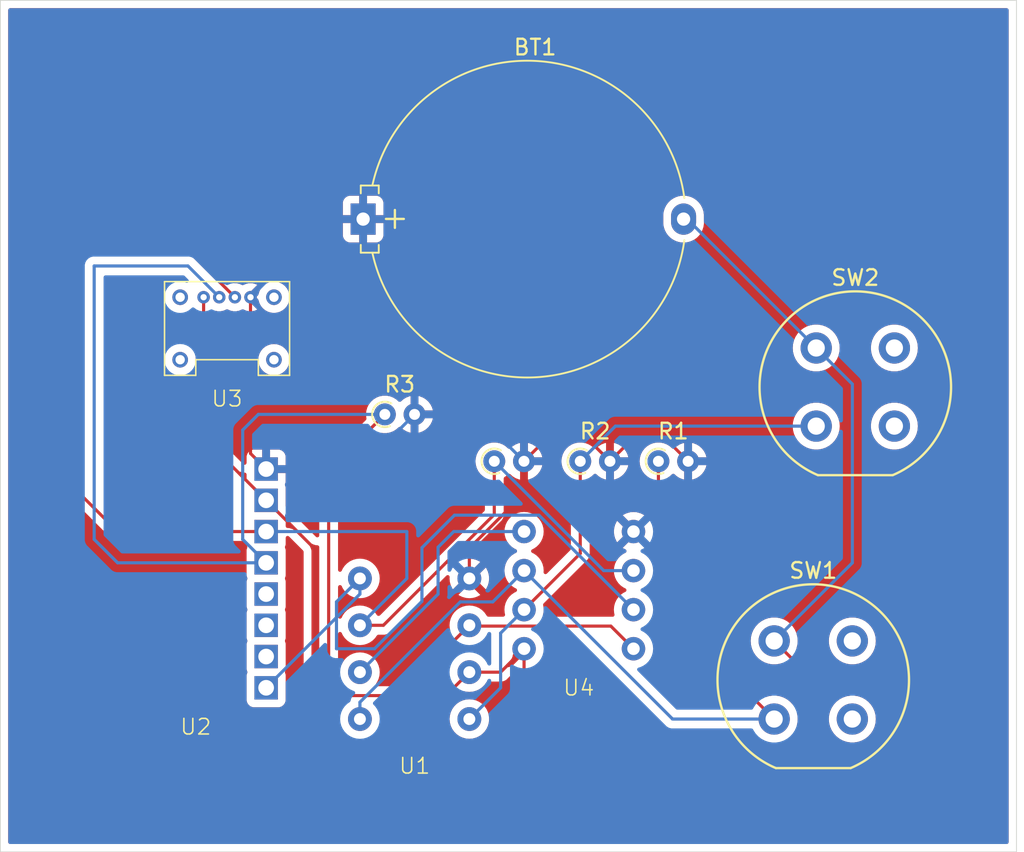
<source format=kicad_pcb>
(kicad_pcb (version 20240108) (generator "pcbnew") (generator_version "8.0")
  (layers (0 "F.Cu" signal) (31 "B.Cu" signal) (34 "B.Paste" user) (35 "F.Paste" user) (36 "B.SilkS" user "B.Silkscreen") (37 "F.SilkS" user "F.Silkscreen") (38 "B.Mask" user) (39 "F.Mask" user) (44 "Edge.Cuts" user))
  (net 0 "")
  (net 1 "GND")
  (net 2 "VCC")
  (net 3 "SW1")
  (net 4 "SW2")
  (net 5 "SDA")
  (net 6 "SCL")
  (net 7 "RST")
  (net 12 "INT")
  (footprint "PROJECT_HEADER:HEADER" (layer "F.Cu") (at 136.5 114.5)
    (property "Reference" "U1" (at 0 -0.5 0) (layer "F.SilkS") (effects (font (thickness 0.1))))
    (property "Value" "~")
    (pad "1" thru_hole circle (at -3.5 -12.5) (size 1.524 1.524) (drill 0.762) (layers "*.Cu" "*.Mask") (net 12 "INT"))
    (pad "2" thru_hole circle (at 3.5 -12.5) (size 1.524 1.524) (drill 0.762) (layers "*.Cu" "*.Mask") (net 2 "VCC"))
    (pad "3" thru_hole circle (at -3.5 -9.5) (size 1.524 1.524) (drill 0.762) (layers "*.Cu" "*.Mask") (net 6 "SCL"))
    (pad "4" thru_hole circle (at 3.5 -9.5) (size 1.524 1.524) (drill 0.762) (layers "*.Cu" "*.Mask") (net 5 "SDA"))
    (pad "5" thru_hole circle (at -3.5 -6.5) (size 1.524 1.524) (drill 0.762) (layers "*.Cu" "*.Mask") (net 7 "RST"))
    (pad "6" thru_hole circle (at 3.5 -6.5) (size 1.524 1.524) (drill 0.762) (layers "*.Cu" "*.Mask") (net 1 "GND"))
    (pad "7" thru_hole circle (at -3.5 -3.5) (size 1.524 1.524) (drill 0.762) (layers "*.Cu" "*.Mask") (net 3 "SW1"))
    (pad "8" thru_hole circle (at 3.5 -3.5) (size 1.524 1.524) (drill 0.762) (layers "*.Cu" "*.Mask") (net 4 "SW2"))
  )
  (footprint "Button_Switch_THT:Push_E-Switch_KS01Q01" (layer "F.Cu") (at 162.19 87.25)
    (property "Reference" "SW2" (at 2.5 -4.5 0) (layer "F.SilkS"))
    (property "Value" "Switch")
    (fp_line (start 4.89 8.14) (end 0.11 8.14) (stroke (width 0.15)) (layer "F.SilkS"))
    (fp_arc (start 0.11 8.14) (mid 2.496283 -3.625495) (end 4.896843 8.137095) (stroke (width 0.15)) (layer "F.SilkS"))
    (pad "1" thru_hole circle (at 0 0) (size 2 2) (drill 1.1) (layers "*.Cu" "*.Mask") (net 1 "GND"))
    (pad "2" thru_hole circle (at 5 0) (size 2 2) (drill 1.1) (layers "*.Cu" "*.Mask"))
    (pad "3" thru_hole circle (at 0 5) (size 2 2) (drill 1.1) (layers "*.Cu" "*.Mask") (net 4 "SW2"))
    (pad "4" thru_hole circle (at 5 5) (size 2 2) (drill 1.1) (layers "*.Cu" "*.Mask"))
  )
  (footprint "Resistor_THT:R_Axial_DIN0204_L3.6mm_D1.6mm_P1.90mm_Vertical" (layer "F.Cu") (at 147.095 94.5)
    (property "Reference" "R2" (at 0.95 -1.92 0) (layer "F.SilkS"))
    (property "Value" "10k")
    (fp_arc (start 0.320095 0.749359) (mid -0.813042 -0.054435) (end 0.417133 -0.7) (stroke (width 0.12)) (layer "F.SilkS"))
    (pad "1" thru_hole circle (at 0 0) (size 1.4 1.4) (drill 0.7) (layers "*.Cu" "*.Mask") (net 4 "SW2"))
    (pad "2" thru_hole oval (at 1.9 0) (size 1.4 1.4) (drill 0.7) (layers "*.Cu" "*.Mask") (net 2 "VCC"))
  )
  (footprint "Resistor_THT:R_Axial_DIN0204_L3.6mm_D1.6mm_P1.90mm_Vertical" (layer "F.Cu") (at 141.595 94.5)
    (property "Reference" "R4" (hide yes))
    (property "Value" "10k" (hide yes))
    (fp_arc (start 0.320095 0.749359) (mid -0.813042 -0.054435) (end 0.417133 -0.7) (stroke (width 0.12)) (layer "F.SilkS"))
    (pad "1" thru_hole circle (at 0 0) (size 1.4 1.4) (drill 0.7) (layers "*.Cu" "*.Mask") (net 6 "SCL"))
    (pad "2" thru_hole oval (at 1.9 0) (size 1.4 1.4) (drill 0.7) (layers "*.Cu" "*.Mask") (net 2 "VCC"))
  )
  (footprint "Button_Switch_THT:Push_E-Switch_KS01Q01" (layer "F.Cu") (at 159.5 106)
    (property "Reference" "SW1" (at 2.5 -4.5 0) (layer "F.SilkS"))
    (property "Value" "Switch")
    (fp_line (start 4.89 8.14) (end 0.11 8.14) (stroke (width 0.15)) (layer "F.SilkS"))
    (fp_arc (start 0.11 8.14) (mid 2.496283 -3.625495) (end 4.896843 8.137095) (stroke (width 0.15)) (layer "F.SilkS"))
    (pad "1" thru_hole circle (at 0 0) (size 2 2) (drill 1.1) (layers "*.Cu" "*.Mask") (net 1 "GND"))
    (pad "2" thru_hole circle (at 5 0) (size 2 2) (drill 1.1) (layers "*.Cu" "*.Mask"))
    (pad "3" thru_hole circle (at 0 5) (size 2 2) (drill 1.1) (layers "*.Cu" "*.Mask") (net 3 "SW1"))
    (pad "4" thru_hole circle (at 5 5) (size 2 2) (drill 1.1) (layers "*.Cu" "*.Mask"))
  )
  (footprint "MPU-6050:MPU-6050_MODULE" (layer "F.Cu") (at 122.5 112)
    (property "Reference" "U2" (at 0 -0.5 0) (layer "F.SilkS") (effects (font (thickness 0.1))))
    (property "Value" "MPU-6050")
    (pad "1" thru_hole rect (at 4.5 -17 270) (size 1.5 1.5) (drill 1) (layers "*.Cu" "*.Mask") (net 2 "VCC"))
    (pad "2" thru_hole rect (at 4.5 -15 270) (size 1.5 1.5) (drill 1) (layers "*.Cu" "*.Mask") (net 1 "GND"))
    (pad "3" thru_hole rect (at 4.5 -13 270) (size 1.5 1.5) (drill 1) (layers "*.Cu" "*.Mask") (net 6 "SCL"))
    (pad "4" thru_hole rect (at 4.5 -11 270) (size 1.5 1.5) (drill 1) (layers "*.Cu" "*.Mask") (net 5 "SDA"))
    (pad "5" thru_hole rect (at 4.5 -9 270) (size 1.5 1.5) (drill 1) (layers "*.Cu" "*.Mask"))
    (pad "6" thru_hole rect (at 4.5 -7 270) (size 1.5 1.5) (drill 1) (layers "*.Cu" "*.Mask"))
    (pad "7" thru_hole rect (at 4.5 -5 270) (size 1.5 1.5) (drill 1) (layers "*.Cu" "*.Mask"))
    (pad "8" thru_hole rect (at 4.5 -3 270) (size 1.5 1.5) (drill 1) (layers "*.Cu" "*.Mask") (net 12 "INT"))
  )
  (footprint "OLED:OLED_DISPLAY" (layer "F.Cu") (at 124.5 91)
    (property "Reference" "U3" (at 0 -0.5 0) (layer "F.SilkS") (effects (font (thickness 0.1))))
    (property "Value" "DM-OLED096-636")
    (fp_line (start -4 -8) (end -4 -2) (stroke (width 0.1)) (layer "F.SilkS"))
    (fp_line (start -4 -2) (end -2 -2) (stroke (width 0.1)) (layer "F.SilkS"))
    (fp_line (start -2 -3) (end 2 -3) (stroke (width 0.1)) (layer "F.SilkS"))
    (fp_line (start -2 -2) (end -2 -3) (stroke (width 0.1)) (layer "F.SilkS"))
    (fp_line (start 2 -3) (end 2 -2) (stroke (width 0.1)) (layer "F.SilkS"))
    (fp_line (start 2 -2) (end 4 -2) (stroke (width 0.1)) (layer "F.SilkS"))
    (fp_line (start 4 -8) (end -4 -8) (stroke (width 0.1)) (layer "F.SilkS"))
    (fp_line (start 4 -2) (end 4 -8) (stroke (width 0.1)) (layer "F.SilkS"))
    (pad "" thru_hole circle (at -3 -7) (size 1 1) (drill 0.6) (layers "*.Cu" "*.Mask"))
    (pad "" thru_hole circle (at -3 -3) (size 1 1) (drill 0.6) (layers "*.Cu" "*.Mask"))
    (pad "" thru_hole circle (at 3 -7) (size 1 1) (drill 0.6) (layers "*.Cu" "*.Mask"))
    (pad "" thru_hole circle (at 3 -3) (size 1 1) (drill 0.6) (layers "*.Cu" "*.Mask"))
    (pad "1" thru_hole circle (at -1.5 -7) (size 0.8 0.8) (drill 0.4) (layers "*.Cu" "*.Mask") (net 1 "GND"))
    (pad "2" thru_hole circle (at 1.5 -7) (size 0.8 0.8) (drill 0.4) (layers "*.Cu" "*.Mask") (net 2 "VCC"))
    (pad "3" thru_hole circle (at 0.5 -7) (size 0.8 0.8) (drill 0.4) (layers "*.Cu" "*.Mask") (net 6 "SCL"))
    (pad "4" thru_hole circle (at -0.5 -7) (size 0.8 0.8) (drill 0.4) (layers "*.Cu" "*.Mask") (net 5 "SDA"))
  )
  (footprint "ATTINY85:ATTINY85_MODULE" (layer "F.Cu") (at 147 109.5)
    (property "Reference" "U4" (at 0 -0.5 0) (layer "F.SilkS") (effects (font (thickness 0.1))))
    (property "Value" "ATTINY85")
    (pad "1" thru_hole circle (at -3.5 -10.5 270) (size 1.5 1.5) (drill 0.8) (layers "*.Cu" "*.Mask") (net 7 "RST"))
    (pad "2" thru_hole circle (at -3.5 -8 270) (size 1.5 1.5) (drill 0.8) (layers "*.Cu" "*.Mask") (net 3 "SW1"))
    (pad "3" thru_hole circle (at -3.5 -5.5 270) (size 1.5 1.5) (drill 0.8) (layers "*.Cu" "*.Mask") (net 4 "SW2"))
    (pad "4" thru_hole circle (at -3.5 -3 270) (size 1.5 1.5) (drill 0.8) (layers "*.Cu" "*.Mask") (net 1 "GND"))
    (pad "5" thru_hole circle (at 3.5 -3 270) (size 1.5 1.5) (drill 0.8) (layers "*.Cu" "*.Mask") (net 5 "SDA"))
    (pad "6" thru_hole circle (at 3.5 -5.5 270) (size 1.5 1.5) (drill 0.8) (layers "*.Cu" "*.Mask") (net 12 "INT"))
    (pad "7" thru_hole circle (at 3.5 -8 270) (size 1.5 1.5) (drill 0.8) (layers "*.Cu" "*.Mask") (net 6 "SCL"))
    (pad "8" thru_hole circle (at 3.5 -10.5 270) (size 1.5 1.5) (drill 0.8) (layers "*.Cu" "*.Mask") (net 2 "VCC"))
  )
  (footprint "Resistor_THT:R_Axial_DIN0204_L3.6mm_D1.6mm_P1.90mm_Vertical" (layer "F.Cu") (at 152.095 94.5)
    (property "Reference" "R1" (at 0.95 -1.92 0) (layer "F.SilkS"))
    (property "Value" "10k")
    (fp_arc (start 0.320095 0.749359) (mid -0.813042 -0.054435) (end 0.417133 -0.7) (stroke (width 0.12)) (layer "F.SilkS"))
    (pad "1" thru_hole circle (at 0 0) (size 1.4 1.4) (drill 0.7) (layers "*.Cu" "*.Mask") (net 3 "SW1"))
    (pad "2" thru_hole oval (at 1.9 0) (size 1.4 1.4) (drill 0.7) (layers "*.Cu" "*.Mask") (net 2 "VCC"))
  )
  (footprint "Battery:Battery_Panasonic_CR2032-HFN_Horizontal_CircularHoles" (layer "F.Cu") (at 133.205 78.999878)
    (property "Reference" "BT1" (at 11 -11 0) (layer "F.SilkS"))
    (property "Value" "Battery_Cell")
    (fp_line (start -0.15 -2.15) (end -0.15 -1.65) (stroke (width 0.12)) (layer "F.SilkS"))
    (fp_line (start -0.15 -2.15) (end 1 -2.15) (stroke (width 0.12)) (layer "F.SilkS"))
    (fp_line (start -0.15 2.15) (end -0.15 1.65) (stroke (width 0.12)) (layer "F.SilkS"))
    (fp_line (start -0.15 2.15) (end 1 2.15) (stroke (width 0.12)) (layer "F.SilkS"))
    (fp_line (start 1 -2.15) (end 1 -1.65) (stroke (width 0.12)) (layer "F.SilkS"))
    (fp_line (start 1 2.15) (end 1 1.65) (stroke (width 0.12)) (layer "F.SilkS"))
    (fp_arc (start 0.59 -2.15) (mid 10.905879 -10.130166) (end 20.55 -1.35) (stroke (width 0.12)) (layer "F.SilkS"))
    (fp_arc (start 20.55 1.35) (mid 10.905879 10.130166) (end 0.59 2.15) (stroke (width 0.12)) (layer "F.SilkS"))
    (fp_text user "+" (at 2.032 -0.127 0) (layer "F.SilkS") (effects (font (size 1.5 1.5))))
    (pad "1" thru_hole rect (at 0 0) (size 1.6 2) (drill 0.85) (layers "*.Cu" "*.Mask") (net 2 "VCC"))
    (pad "2" thru_hole oval (at 20.5 0) (size 1.6 2) (drill 0.85) (layers "*.Cu" "*.Mask") (net 1 "GND"))
  )
  (footprint "Resistor_THT:R_Axial_DIN0204_L3.6mm_D1.6mm_P1.90mm_Vertical" (layer "F.Cu") (at 134.595 91.5)
    (property "Reference" "R3" (at 0.95 -1.92 0) (layer "F.SilkS"))
    (property "Value" "10k")
    (fp_arc (start 0.320095 0.749359) (mid -0.813042 -0.054435) (end 0.417133 -0.7) (stroke (width 0.12)) (layer "F.SilkS"))
    (pad "1" thru_hole circle (at 0 0) (size 1.4 1.4) (drill 0.7) (layers "*.Cu" "*.Mask") (net 5 "SDA"))
    (pad "2" thru_hole oval (at 1.9 0) (size 1.4 1.4) (drill 0.7) (layers "*.Cu" "*.Mask") (net 2 "VCC"))
  )
  (gr_rect (start 110 65) (end 175 119.5) (stroke (width 0.05)) (fill none) (layer "Edge.Cuts"))
  (segment (start 140 108) (end 142 108) (width 0.2) (layer "F.Cu") (net 1))
  (segment (start 143.5 108.5) (end 143.5 106.5) (width 0.2) (layer "F.Cu") (net 1))
  (segment (start 130 113) (end 130 100) (width 0.2) (layer "F.Cu") (net 1))
  (segment (start 161.5 108) (end 161.5 113.5) (width 0.2) (layer "F.Cu") (net 1))
  (segment (start 140 108) (end 134 114) (width 0.2) (layer "F.Cu") (net 1))
  (segment (start 161.5 113.5) (end 148.5 113.5) (width 0.2) (layer "F.Cu") (net 1))
  (segment (start 123 93) (end 127 97) (width 0.2) (layer "F.Cu") (net 1))
  (segment (start 131 114) (end 130 113) (width 0.2) (layer "F.Cu") (net 1))
  (segment (start 142 108) (end 143.5 106.5) (width 0.2) (layer "F.Cu") (net 1))
  (segment (start 159.5 106) (end 161.5 108) (width 0.2) (layer "F.Cu") (net 1))
  (segment (start 130 100) (end 127 97) (width 0.2) (layer "F.Cu") (net 1))
  (segment (start 148.5 113.5) (end 143.5 108.5) (width 0.2) (layer "F.Cu") (net 1))
  (segment (start 123 84) (end 123 93) (width 0.2) (layer "F.Cu") (net 1))
  (segment (start 134 114) (end 131 114) (width 0.2) (layer "F.Cu") (net 1))
  (segment (start 162.19 87.25) (end 153.939878 78.999878) (width 0.2) (layer "B.Cu") (net 1))
  (segment (start 162.19 87.25) (end 164.5 89.56) (width 0.2) (layer "B.Cu") (net 1))
  (segment (start 153.939878 78.999878) (end 153.705 78.999878) (width 0.2) (layer "B.Cu") (net 1))
  (segment (start 164.5 89.56) (end 164.5 101) (width 0.2) (layer "B.Cu") (net 1))
  (segment (start 164.5 101) (end 159.5 106) (width 0.2) (layer "B.Cu") (net 1))
  (segment (start 152.5 93.005) (end 152.5 93) (width 0.2) (layer "F.Cu") (net 2))
  (segment (start 140 100.065686) (end 140 102) (width 0.2) (layer "F.Cu") (net 2))
  (segment (start 153.995 94.5) (end 152.5 93.005) (width 0.2) (layer "F.Cu") (net 2))
  (segment (start 152.5 93) (end 150.495 93) (width 0.2) (layer "F.Cu") (net 2))
  (segment (start 127 95) (end 126 94) (width 0.2) (layer "F.Cu") (net 2))
  (segment (start 147.495 93) (end 148.995 94.5) (width 0.2) (layer "F.Cu") (net 2))
  (segment (start 144.995 93) (end 147.495 93) (width 0.2) (layer "F.Cu") (net 2))
  (segment (start 143.495 94.5) (end 144.995 93) (width 0.2) (layer "F.Cu") (net 2))
  (segment (start 126 94) (end 126 84) (width 0.2) (layer "F.Cu") (net 2))
  (segment (start 150.495 93) (end 148.995 94.5) (width 0.2) (layer "F.Cu") (net 2))
  (segment (start 143.495 94.5) (end 143.495 96.570686) (width 0.2) (layer "F.Cu") (net 2))
  (segment (start 143.495 96.570686) (end 140 100.065686) (width 0.2) (layer "F.Cu") (net 2))
  (segment (start 133.205 78.999878) (end 131.000122 78.999878) (width 0.2) (layer "B.Cu") (net 2))
  (segment (start 136.495 91.5) (end 140.495 91.5) (width 0.2) (layer "B.Cu") (net 2))
  (segment (start 132.995 95) (end 136.495 91.5) (width 0.2) (layer "B.Cu") (net 2))
  (segment (start 148.995 97.495) (end 148.995 94.5) (width 0.2) (layer "B.Cu") (net 2))
  (segment (start 140.495 91.5) (end 143.495 94.5) (width 0.2) (layer "B.Cu") (net 2))
  (segment (start 150.5 99) (end 148.995 97.495) (width 0.2) (layer "B.Cu") (net 2))
  (segment (start 131.000122 78.999878) (end 126 84) (width 0.2) (layer "B.Cu") (net 2))
  (segment (start 127 95) (end 132.995 95) (width 0.2) (layer "B.Cu") (net 2))
  (segment (start 152.095 94.5) (end 152.095 103.595) (width 0.2) (layer "F.Cu") (net 3))
  (segment (start 152.095 103.595) (end 159.5 111) (width 0.2) (layer "F.Cu") (net 3))
  (segment (start 133 109.92237) (end 139.42237 103.5) (width 0.2) (layer "B.Cu") (net 3))
  (segment (start 133 111) (end 133 109.92237) (width 0.2) (layer "B.Cu") (net 3))
  (segment (start 153 111) (end 159.5 111) (width 0.2) (layer "B.Cu") (net 3))
  (segment (start 139.42237 103.5) (end 141.5 103.5) (width 0.2) (layer "B.Cu") (net 3))
  (segment (start 141.5 103.5) (end 143.5 101.5) (width 0.2) (layer "B.Cu") (net 3))
  (segment (start 143.5 101.5) (end 153 111) (width 0.2) (layer "B.Cu") (net 3))
  (segment (start 147.095 100.405) (end 147.095 94.5) (width 0.2) (layer "F.Cu") (net 4))
  (segment (start 143.5 104) (end 147.095 100.405) (width 0.2) (layer "F.Cu") (net 4))
  (segment (start 162.19 92.25) (end 149.345 92.25) (width 0.2) (layer "B.Cu") (net 4))
  (segment (start 142 105.5) (end 143.5 104) (width 0.2) (layer "B.Cu") (net 4))
  (segment (start 142 109) (end 142 105.5) (width 0.2) (layer "B.Cu") (net 4))
  (segment (start 140 111) (end 142 109) (width 0.2) (layer "B.Cu") (net 4))
  (segment (start 149.345 92.25) (end 147.095 94.5) (width 0.2) (layer "B.Cu") (net 4))
  (segment (start 131 95.095) (end 131 109.5) (width 0.2) (layer "F.Cu") (net 5))
  (segment (start 140.05 105.05) (end 149.05 105.05) (width 0.2) (layer "F.Cu") (net 5))
  (segment (start 135.5 109.5) (end 140 105) (width 0.2) (layer "F.Cu") (net 5))
  (segment (start 140 105) (end 140.05 105.05) (width 0.2) (layer "F.Cu") (net 5))
  (segment (start 134.595 91.5) (end 131 95.095) (width 0.2) (layer "F.Cu") (net 5))
  (segment (start 149.05 105.05) (end 150.5 106.5) (width 0.2) (layer "F.Cu") (net 5))
  (segment (start 131 109.5) (end 135.5 109.5) (width 0.2) (layer "F.Cu") (net 5))
  (segment (start 126.5 91.5) (end 125.5 92.5) (width 0.2) (layer "B.Cu") (net 5))
  (segment (start 134.595 91.5) (end 126.5 91.5) (width 0.2) (layer "B.Cu") (net 5))
  (segment (start 116 82) (end 122 82) (width 0.2) (layer "B.Cu") (net 5))
  (segment (start 127 101) (end 117.5 101) (width 0.2) (layer "B.Cu") (net 5))
  (segment (start 125.5 92.5) (end 125.5 99.5) (width 0.2) (layer "B.Cu") (net 5))
  (segment (start 116 99.5) (end 116 82) (width 0.2) (layer "B.Cu") (net 5))
  (segment (start 117.5 101) (end 116 99.5) (width 0.2) (layer "B.Cu") (net 5))
  (segment (start 122 82) (end 124 84) (width 0.2) (layer "B.Cu") (net 5))
  (segment (start 125.5 99.5) (end 127 101) (width 0.2) (layer "B.Cu") (net 5))
  (segment (start 141.595 97.905) (end 134.5 105) (width 0.2) (layer "F.Cu") (net 6))
  (segment (start 134.5 105) (end 133 105) (width 0.2) (layer "F.Cu") (net 6))
  (segment (start 122 81) (end 125 84) (width 0.2) (layer "F.Cu") (net 6))
  (segment (start 115 81) (end 122 81) (width 0.2) (layer "F.Cu") (net 6))
  (segment (start 127 99) (end 117.5 99) (width 0.2) (layer "F.Cu") (net 6))
  (segment (start 115 96.5) (end 115 81) (width 0.2) (layer "F.Cu") (net 6))
  (segment (start 117.5 99) (end 115 96.5) (width 0.2) (layer "F.Cu") (net 6))
  (segment (start 141.595 94.5) (end 141.595 97.905) (width 0.2) (layer "F.Cu") (net 6))
  (segment (start 148.595 101.5) (end 150.5 101.5) (width 0.2) (layer "B.Cu") (net 6))
  (segment (start 136 102) (end 133 105) (width 0.2) (layer "B.Cu") (net 6))
  (segment (start 127 99) (end 136 99) (width 0.2) (layer "B.Cu") (net 6))
  (segment (start 141.595 94.5) (end 148.595 101.5) (width 0.2) (layer "B.Cu") (net 6))
  (segment (start 136 99) (end 136 102) (width 0.2) (layer "B.Cu") (net 6))
  (segment (start 143.5 99) (end 139 99) (width 0.2) (layer "B.Cu") (net 7))
  (segment (start 138 100) (end 138 103) (width 0.2) (layer "B.Cu") (net 7))
  (segment (start 138 103) (end 133 108) (width 0.2) (layer "B.Cu") (net 7))
  (segment (start 139 99) (end 138 100) (width 0.2) (layer "B.Cu") (net 7))
  (segment (start 136.967157 103.467157) (end 133.934314 106.5) (width 0.2) (layer "B.Cu") (net 12))
  (segment (start 136.967157 100.032843) (end 136.967157 103.467157) (width 0.2) (layer "B.Cu") (net 12))
  (segment (start 131.5 103.5) (end 133 102) (width 0.2) (layer "B.Cu") (net 12))
  (segment (start 139.05 97.95) (end 136.967157 100.032843) (width 0.2) (layer "B.Cu") (net 12))
  (segment (start 131.5 106.5) (end 131.5 103.5) (width 0.2) (layer "B.Cu") (net 12))
  (segment (start 133 103) (end 133 102) (width 0.2) (layer "B.Cu") (net 12))
  (segment (start 127 109) (end 133 103) (width 0.2) (layer "B.Cu") (net 12))
  (segment (start 133.934314 106.5) (end 131.5 106.5) (width 0.2) (layer "B.Cu") (net 12))
  (segment (start 150.5 104) (end 144.45 97.95) (width 0.2) (layer "B.Cu") (net 12))
  (segment (start 144.45 97.95) (end 139.05 97.95) (width 0.2) (layer "B.Cu") (net 12))
  (zone (net 2) (net_name "VCC") (layers "F&B.Cu") (priority 1) (connect_pads (clearance 0.5)) (min_thickness 0.25) (fill yes (thermal_gap 0.5) (thermal_bridge_width 0.5))
    (polygon (pts (xy 110 65.5) (xy 175.5 65) (xy 175 119.5) (xy 110 119.5)))
  )
  (zone (net 1) (net_name "GND") (layers "F&B.Cu") (connect_pads (clearance 0.5)) (min_thickness 0.25) (fill yes (thermal_gap 0.5) (thermal_bridge_width 0.5))
    (polygon (pts (xy 110 65) (xy 175.5 65) (xy 175 119.5) (xy 110 119.5) (xy 110 65.5)))
  )
)
</source>
